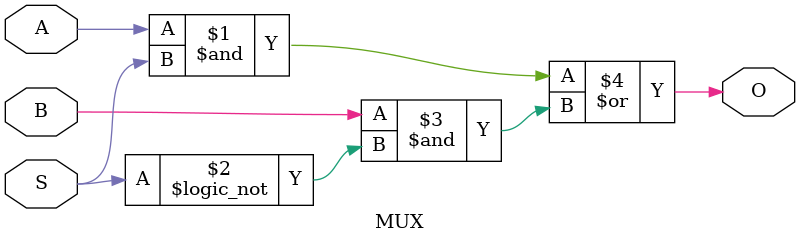
<source format=v>


module MUX(
  input A,
  input B,
  input S,
  output O
);

assign O = A & S | B & !S;

endmodule


</source>
